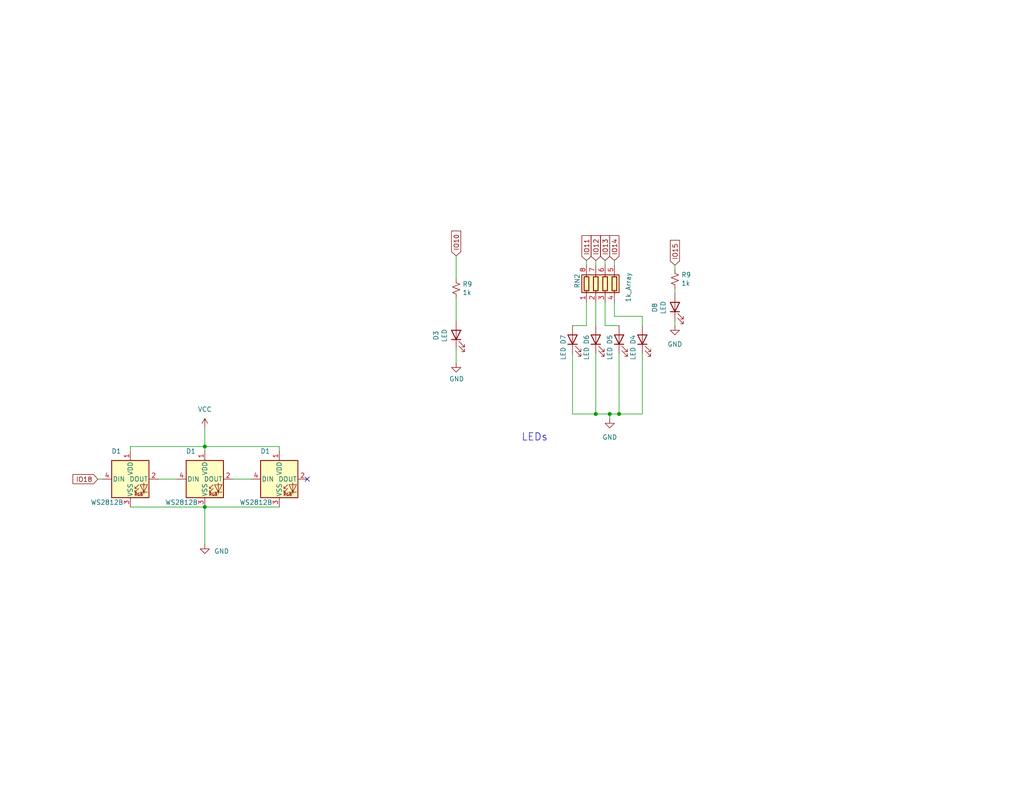
<source format=kicad_sch>
(kicad_sch (version 20230121) (generator eeschema)
  (paper "USLetter")
  (lib_symbols
    (symbol "BadgePirates:LED_RGB_WS2812B" (pin_names (offset 0.254))
      (property "Reference" "D12" (at -3.81 7.62 0))
      (property "Value" "WS2812B" (at -6.35 -6.35 0))
      (symbol "LED_RGB_WS2812B_0_0"
        (text "RGB" (at 2.286 -4.191 0) (effects (font (size 0.762 0.762))))
      )
      (symbol "LED_RGB_WS2812B_0_1"
        (polyline (pts (xy 1.27 -3.556) (xy 1.778 -3.556)))
        (polyline (pts (xy 1.27 -2.54) (xy 1.778 -2.54)))
        (polyline (pts (xy 4.699 -3.556) (xy 2.667 -3.556)))
        (polyline (pts (xy 2.286 -2.54) (xy 1.27 -3.556) (xy 1.27 -3.048)))
        (polyline (pts (xy 2.286 -1.524) (xy 1.27 -2.54) (xy 1.27 -2.032)))
        (polyline (pts (xy 3.683 -1.016) (xy 3.683 -3.556) (xy 3.683 -4.064)))
        (polyline (pts (xy 4.699 -1.524) (xy 2.667 -1.524) (xy 3.683 -3.556) (xy 4.699 -1.524)))
        (rectangle (start 5.08 5.08) (end -5.08 -5.08) (stroke (width 0.254)) (fill (type background)))
      )
      (symbol "LED_RGB_WS2812B_1_1"
        (pin power_in line (at 0 7.62 270) (length 2.54) (name "VDD") (number "1"))
        (pin output line (at 7.62 0 180) (length 2.54) (name "DOUT") (number "2"))
        (pin power_in line (at 0 -7.62 90) (length 2.54) (name "VSS") (number "3"))
        (pin input line (at -7.62 0 0) (length 2.54) (name "DIN") (number "4"))
      )
    )
    (symbol "BadgePirates:LED_Yellow_ReverseMount_Gullwing" (pin_numbers hide) (pin_names (offset 1.016) hide)
      (property "Reference" "D2" (at -0.1778 5.5118 0))
      (property "Value" "LED" (at -0.1778 3.2004 0))
      (symbol "LED_Yellow_ReverseMount_Gullwing_0_1"
        (polyline (pts (xy -1.27 -1.27) (xy -1.27 1.27)) (stroke (width 0.254)))
        (polyline (pts (xy -1.27 0) (xy 1.27 0)))
        (polyline (pts (xy 1.27 -1.27) (xy 1.27 1.27) (xy -1.27 0) (xy 1.27 -1.27)) (stroke (width 0.254)))
        (polyline (pts (xy -3.048 -0.762) (xy -4.572 -2.286) (xy -3.81 -2.286) (xy -4.572 -2.286) (xy -4.572 -1.524)))
        (polyline (pts (xy -1.778 -0.762) (xy -3.302 -2.286) (xy -2.54 -2.286) (xy -3.302 -2.286) (xy -3.302 -1.524)))
      )
      (symbol "LED_Yellow_ReverseMount_Gullwing_1_1"
        (pin passive line (at -3.81 0 0) (length 2.54) (name "K") (number "1"))
        (pin passive line (at 3.81 0 180) (length 2.54) (name "A") (number "2"))
      )
    )
    (symbol "BadgePirates:R_1k_1206" (pin_numbers hide) (pin_names (offset 0.254) hide)
      (property "Reference" "R_1k_1206" (at 1.7272 1.1684 0))
      (property "Value" "1k" (at 1.7272 -1.143 0))
      (symbol "R_1k_1206_1_1"
        (polyline (pts (xy 0 0) (xy 1.016 -0.381) (xy 0 -0.762) (xy -1.016 -1.143) (xy 0 -1.524)))
        (polyline (pts (xy 0 1.524) (xy 1.016 1.143) (xy 0 0.762) (xy -1.016 0.381) (xy 0 0)))
        (pin passive line (at 0 2.54 270) (length 1.016) (name "~") (number "1"))
        (pin passive line (at 0 -2.54 90) (length 1.016) (name "~") (number "2"))
      )
    )
    (symbol "Device:LED" (pin_numbers hide) (pin_names (offset 1.016) hide)
      (property "Reference" "D" (at 0 2.54 0))
      (property "Value" "LED" (at 0 -2.54 0))
      (symbol "LED_0_1"
        (polyline (pts (xy -1.27 -1.27) (xy -1.27 1.27)) (stroke (width 0.254)))
        (polyline (pts (xy -1.27 0) (xy 1.27 0)))
        (polyline (pts (xy 1.27 -1.27) (xy 1.27 1.27) (xy -1.27 0) (xy 1.27 -1.27)) (stroke (width 0.254)))
        (polyline (pts (xy -3.048 -0.762) (xy -4.572 -2.286) (xy -3.81 -2.286) (xy -4.572 -2.286) (xy -4.572 -1.524)))
        (polyline (pts (xy -1.778 -0.762) (xy -3.302 -2.286) (xy -2.54 -2.286) (xy -3.302 -2.286) (xy -3.302 -1.524)))
      )
      (symbol "LED_1_1"
        (pin passive line (at -3.81 0 0) (length 2.54) (name "K") (number "1"))
        (pin passive line (at 3.81 0 180) (length 2.54) (name "A") (number "2"))
      )
    )
    (symbol "Device:R_Pack04" (pin_names (offset 0) hide)
      (property "Reference" "RN" (at -7.62 0 90))
      (property "Value" "R_Pack04" (at 5.08 0 90))
      (symbol "R_Pack04_0_1"
        (rectangle (start -6.35 -2.413) (end 3.81 2.413) (stroke (width 0.254)) (fill (type background)))
        (rectangle (start -5.715 1.905) (end -4.445 -1.905) (stroke (width 0.254)))
        (rectangle (start -3.175 1.905) (end -1.905 -1.905) (stroke (width 0.254)))
        (rectangle (start -0.635 1.905) (end 0.635 -1.905) (stroke (width 0.254)))
        (polyline (pts (xy -5.08 -2.54) (xy -5.08 -1.905)))
        (polyline (pts (xy -5.08 1.905) (xy -5.08 2.54)))
        (polyline (pts (xy -2.54 -2.54) (xy -2.54 -1.905)))
        (polyline (pts (xy -2.54 1.905) (xy -2.54 2.54)))
        (polyline (pts (xy 0 -2.54) (xy 0 -1.905)))
        (polyline (pts (xy 0 1.905) (xy 0 2.54)))
        (polyline (pts (xy 2.54 -2.54) (xy 2.54 -1.905)))
        (polyline (pts (xy 2.54 1.905) (xy 2.54 2.54)))
        (rectangle (start 1.905 1.905) (end 3.175 -1.905) (stroke (width 0.254)))
      )
      (symbol "R_Pack04_1_1"
        (pin passive line (at -5.08 -5.08 90) (length 2.54) (name "R1.1") (number "1"))
        (pin passive line (at -2.54 -5.08 90) (length 2.54) (name "R2.1") (number "2"))
        (pin passive line (at 0 -5.08 90) (length 2.54) (name "R3.1") (number "3"))
        (pin passive line (at 2.54 -5.08 90) (length 2.54) (name "R4.1") (number "4"))
        (pin passive line (at 2.54 5.08 270) (length 2.54) (name "R4.2") (number "5"))
        (pin passive line (at 0 5.08 270) (length 2.54) (name "R3.2") (number "6"))
        (pin passive line (at -2.54 5.08 270) (length 2.54) (name "R2.2") (number "7"))
        (pin passive line (at -5.08 5.08 270) (length 2.54) (name "R1.2") (number "8"))
      )
    )
    (symbol "GND_1" (power) (pin_names (offset 0))
      (property "Value" "GND_1" (at 0 -3.81 0))
      (symbol "GND_1_0_1"
        (polyline (pts (xy 0 0) (xy 0 -1.27) (xy 1.27 -1.27) (xy 0 -2.54) (xy -1.27 -1.27) (xy 0 -1.27)))
      )
      (symbol "GND_1_1_1"
        (pin power_in line (at 0 0 270) (length 0) hide (name "GND") (number "1"))
      )
    )
    (symbol "power:GND" (power) (pin_names (offset 0))
      (property "Value" "GND" (at 0 -3.81 0))
      (symbol "GND_0_1"
        (polyline (pts (xy 0 0) (xy 0 -1.27) (xy 1.27 -1.27) (xy 0 -2.54) (xy -1.27 -1.27) (xy 0 -1.27)))
      )
      (symbol "GND_1_1"
        (pin power_in line (at 0 0 270) (length 0) hide (name "GND") (number "1"))
      )
    )
    (symbol "power:VCC" (power) (pin_names (offset 0))
      (property "Value" "VCC" (at 0 3.81 0))
      (symbol "VCC_0_1"
        (polyline (pts (xy -0.762 1.27) (xy 0 2.54)))
        (polyline (pts (xy 0 0) (xy 0 2.54)))
        (polyline (pts (xy 0 2.54) (xy 0.762 1.27)))
      )
      (symbol "VCC_1_1"
        (pin power_in line (at 0 0 90) (length 0) hide (name "VCC") (number "1"))
      )
    )
  )
  (junction (at 55.88 138.43))
  (junction (at 55.88 121.92))
  (junction (at 168.91 113.03))
  (junction (at 162.56 113.03))
  (junction (at 166.37 113.03))
  (no_connect (at 83.82 130.81))
  (wire (pts (xy 55.88 138.43) (xy 55.88 148.59)))
  (wire (pts (xy 162.56 96.52) (xy 162.56 113.03)))
  (wire (pts (xy 175.26 88.9) (xy 175.26 86.36)))
  (wire (pts (xy 124.46 95.25) (xy 124.46 99.06)))
  (wire (pts (xy 55.88 138.43) (xy 35.56 138.43)))
  (wire (pts (xy 160.02 71.12) (xy 160.02 72.39)))
  (wire (pts (xy 35.56 121.92) (xy 35.56 123.19)))
  (wire (pts (xy 184.15 72.39) (xy 184.15 73.66)))
  (wire (pts (xy 168.91 113.03) (xy 166.37 113.03)))
  (wire (pts (xy 165.1 71.12) (xy 165.1 72.39)))
  (wire (pts (xy 162.56 71.12) (xy 162.56 72.39)))
  (wire (pts (xy 55.88 116.84) (xy 55.88 121.92)))
  (wire (pts (xy 166.37 114.3) (xy 166.37 113.03)))
  (wire (pts (xy 156.21 113.03) (xy 162.56 113.03)))
  (wire (pts (xy 55.88 121.92) (xy 55.88 123.19)))
  (wire (pts (xy 167.64 86.36) (xy 167.64 82.55)))
  (wire (pts (xy 124.46 69.85) (xy 124.46 76.2)))
  (wire (pts (xy 160.02 88.9) (xy 160.02 82.55)))
  (wire (pts (xy 156.21 88.9) (xy 160.02 88.9)))
  (wire (pts (xy 168.91 96.52) (xy 168.91 113.03)))
  (wire (pts (xy 26.67 130.81) (xy 27.94 130.81)))
  (wire (pts (xy 162.56 88.9) (xy 162.56 82.55)))
  (wire (pts (xy 165.1 88.9) (xy 165.1 82.55)))
  (wire (pts (xy 175.26 96.52) (xy 175.26 113.03)))
  (wire (pts (xy 55.88 121.92) (xy 76.2 121.92)))
  (wire (pts (xy 63.5 130.81) (xy 68.58 130.81)))
  (wire (pts (xy 43.18 130.81) (xy 48.26 130.81)))
  (wire (pts (xy 55.88 138.43) (xy 76.2 138.43)))
  (wire (pts (xy 156.21 96.52) (xy 156.21 113.03)))
  (wire (pts (xy 162.56 113.03) (xy 166.37 113.03)))
  (wire (pts (xy 184.15 78.74) (xy 184.15 80.01)))
  (wire (pts (xy 184.15 87.63) (xy 184.15 88.9)))
  (wire (pts (xy 55.88 121.92) (xy 35.56 121.92)))
  (wire (pts (xy 175.26 86.36) (xy 167.64 86.36)))
  (wire (pts (xy 124.46 87.63) (xy 124.46 81.28)))
  (wire (pts (xy 76.2 123.19) (xy 76.2 121.92)))
  (wire (pts (xy 167.64 71.12) (xy 167.64 72.39)))
  (wire (pts (xy 168.91 88.9) (xy 165.1 88.9)))
  (wire (pts (xy 168.91 113.03) (xy 175.26 113.03)))
  (text "LEDs" (at 142.24 120.65 0) (effects (font (size 2.0066 2.0066)) (justify left bottom)))
  (global_label "IO13" (shape input) (at 165.1 71.12 90) (property "Intersheetrefs" "${INTERSHEET_REFS}" (effects hide)))
  (global_label "IO12" (shape input) (at 162.56 71.12 90) (property "Intersheetrefs" "${INTERSHEET_REFS}" (effects hide)))
  (global_label "IO15" (shape input) (at 184.15 72.39 90) (property "Intersheetrefs" "${INTERSHEET_REFS}" (effects hide)))
  (global_label "IO10" (shape input) (at 124.46 69.85 90) (property "Intersheetrefs" "${INTERSHEET_REFS}" (effects hide)))
  (global_label "IO11" (shape input) (at 160.02 71.12 90) (property "Intersheetrefs" "${INTERSHEET_REFS}" (effects hide)))
  (global_label "IO18" (shape input) (at 26.67 130.81 180) (property "Intersheetrefs" "${INTERSHEET_REFS}" (effects hide)))
  (global_label "IO14" (shape input) (at 167.64 71.12 90) (property "Intersheetrefs" "${INTERSHEET_REFS}" (effects hide)))
  (symbol (lib_id "BadgePirates:LED_RGB_WS2812B") (at 55.88 130.81 0) (unit 1)
    (property "Reference" "D1" (at 52.07 123.19 0))
    (property "Value" "WS2812B" (at 49.53 137.16 0))
    (property "Footprint" "BadgePirates:LED_WS2812B_PLCC4_5.0x5.0mm_P3.2mm" (effects hide))
    (property "Datasheet" "https://cdn-shop.adafruit.com/datasheets/WS2812B.pdf" (effects hide))
    (property "MFG" "Worldsemi" (effects hide))
    (property "MFG_PN" "WS2812B-B/T" (effects hide))
    (property "Vendor1" "LCSC" (effects hide))
    (property "Vendor1_PN" "C2761795" (effects hide))
    (property "Vendor1_URL" "https://www.lcsc.com/product-detail/Light-Emitting-Diodes-LED_Worldsemi-WS2812B-B-T_C2761795.html" (effects hide))
    (instances (project "ProjectNeoRogue" (path "" (reference "D1") (unit 1)) (path "" (reference "D11") (unit 1))))
  )
  (symbol (lib_id "power:VCC") (at 55.88 116.84 0) (unit 1)
    (property "Reference" "#PWR021" (effects hide))
    (property "Value" "VCC" (at 55.88 111.76 0))
    (instances (project "ProjectNeoRogue" (path "" (reference "#PWR021") (unit 1)) (path "" (reference "#PWR019") (unit 1))))
  )
  (symbol (lib_id "BadgePirates:LED_Yellow_ReverseMount_Gullwing") (at 168.91 92.71 90) (unit 1)
    (property "Reference" "D5" (at 166.37 92.71 0))
    (property "Value" "LED" (at 166.37 96.52 0))
    (property "Footprint" "BadgePirates:LED_Osram_Lx_P47F_D2mm_ReverseMount_Proper_Mask Only" (effects hide))
    (property "Datasheet" "https://www.mouser.com/datasheet/2/216/AA3528SYCKT09-1602219.pdf" (effects hide))
    (property "MFG" "KingBright" (effects hide))
    (property "MFG_PN" "AA3528SYCKT09" (effects hide))
    (property "Vendor1" "Mouser" (effects hide))
    (property "Vendor1_PN" "604-AA3528SYCKT09" (effects hide))
    (property "Vendor1_URL" "https://www.mouser.com/ProductDetail/Kingbright/AA3528SYCKT09?qs=PzGy0jfpSMsmUm0ELhsFuQ%3D%3D" (effects hide))
    (instances (project "ProjectNeoRogue" (path "" (reference "D5") (unit 1)) (path "" (reference "D6") (unit 1))))
  )
  (symbol (lib_id "BadgePirates:R_1k_1206") (at 184.15 76.2 0) (unit 1)
    (property "Reference" "R9" (at 185.8772 75.0316 0) (effects (justify left)))
    (property "Value" "1k" (at 185.8772 77.343 0) (effects (justify left)))
    (property "Footprint" "BadgePirates:R_1206_3216Metric" (effects hide))
    (property "Datasheet" "https://datasheet.lcsc.com/lcsc/1810231210_YAGEO-RC1206FR-071KL_C131398.pdf" (effects hide))
    (property "MFG" "YAGEO" (effects hide))
    (property "MFG_PN" "RC1206FR-071KL" (effects hide))
    (property "Vendor1" "LCSC" (effects hide))
    (property "Vendor1_PN" "C131398" (effects hide))
    (property "Vendor1_URL" "https://www.lcsc.com/product-detail/Chip-Resistor-Surface-Mount_YAGEO-RC1206FR-071KL_C131398.html" (effects hide))
  )
  (symbol (lib_id "BadgePirates:LED_Yellow_ReverseMount_Gullwing") (at 184.15 83.82 90) (unit 1)
    (property "Reference" "D8" (at 178.6382 83.9978 0))
    (property "Value" "LED" (at 180.9496 83.9978 0))
    (property "Footprint" "BadgePirates:LED_Osram_Lx_P47F_D2mm_ReverseMount_Proper_Mask Only" (effects hide))
    (property "Datasheet" "https://www.mouser.com/datasheet/2/216/AA3528SYCKT09-1602219.pdf" (effects hide))
    (property "MFG" "KingBright" (effects hide))
    (property "MFG_PN" "AA3528SYCKT09" (effects hide))
    (property "Vendor1" "Mouser" (effects hide))
    (property "Vendor1_PN" "604-AA3528SYCKT09" (effects hide))
    (property "Vendor1_URL" "https://www.mouser.com/ProductDetail/Kingbright/AA3528SYCKT09?qs=PzGy0jfpSMsmUm0ELhsFuQ%3D%3D" (effects hide))
  )
  (symbol (lib_id "BadgePirates:R_1k_1206") (at 124.46 78.74 0) (unit 1)
    (property "Reference" "R9" (at 126.1872 77.5716 0) (effects (justify left)))
    (property "Value" "1k" (at 126.1872 79.883 0) (effects (justify left)))
    (property "Footprint" "BadgePirates:R_1206_3216Metric" (effects hide))
    (property "Datasheet" "https://datasheet.lcsc.com/lcsc/1810231210_YAGEO-RC1206FR-071KL_C131398.pdf" (effects hide))
    (property "MFG" "YAGEO" (effects hide))
    (property "MFG_PN" "RC1206FR-071KL" (effects hide))
    (property "Vendor1" "LCSC" (effects hide))
    (property "Vendor1_PN" "C131398" (effects hide))
    (property "Vendor1_URL" "https://www.lcsc.com/product-detail/Chip-Resistor-Surface-Mount_YAGEO-RC1206FR-071KL_C131398.html" (effects hide))
    (instances (project "ProjectNeoRogue" (path "" (reference "R9") (unit 1)) (path "" (reference "R25") (unit 1))))
  )
  (symbol (lib_id "Device:LED") (at 124.46 91.44 90) (unit 1)
    (property "Reference" "D3" (at 118.9482 91.6178 0))
    (property "Value" "LED" (at 121.2596 91.6178 0))
    (property "Footprint" "BadgePirates:LED_Osram_Lx_P47F_D2mm_ReverseMount_Proper_Mask Only" (effects hide))
    (property "Datasheet" "https://www.mouser.com/datasheet/2/216/AA3528SYCKT09-1602219.pdf" (effects hide))
    (property "MFG" "KingBright" (effects hide))
    (property "MFG_PN" "AA3528SYCKT09" (effects hide))
    (property "Vendor1" "Mouser" (effects hide))
    (property "Vendor1_PN" "604-AA3528SYCKT09" (effects hide))
    (property "Vendor1_URL" "https://www.mouser.com/ProductDetail/Kingbright/AA3528SYCKT09?qs=PzGy0jfpSMsmUm0ELhsFuQ%3D%3D" (effects hide))
    (instances (project "ProjectNeoRogue" (path "" (reference "D3") (unit 1)) (path "" (reference "D2") (unit 1))))
  )
  (symbol (lib_name "GND_1") (lib_id "power:GND") (at 184.15 88.9 0) (unit 1)
    (property "Reference" "#PWR046" (effects hide))
    (property "Value" "GND" (at 184.15 93.98 0))
  )
  (symbol (lib_id "power:GND") (at 124.46 99.06 0) (unit 1)
    (property "Reference" "#PWR019" (effects hide))
    (property "Value" "GND" (at 124.587 103.4542 0))
    (instances (project "ProjectNeoRogue" (path "" (reference "#PWR019") (unit 1)) (path "" (reference "#PWR021") (unit 1))))
  )
  (symbol (lib_id "BadgePirates:LED_RGB_WS2812B") (at 76.2 130.81 0) (unit 1)
    (property "Reference" "D1" (at 72.39 123.19 0))
    (property "Value" "WS2812B" (at 69.85 137.16 0))
    (property "Footprint" "BadgePirates:LED_WS2812B_PLCC4_5.0x5.0mm_P3.2mm" (effects hide))
    (property "Datasheet" "https://cdn-shop.adafruit.com/datasheets/WS2812B.pdf" (effects hide))
    (property "MFG" "Worldsemi" (effects hide))
    (property "MFG_PN" "WS2812B-B/T" (effects hide))
    (property "Vendor1" "LCSC" (effects hide))
    (property "Vendor1_PN" "C2761795" (effects hide))
    (property "Vendor1_URL" "https://www.lcsc.com/product-detail/Light-Emitting-Diodes-LED_Worldsemi-WS2812B-B-T_C2761795.html" (effects hide))
    (instances (project "ProjectNeoRogue" (path "" (reference "D1") (unit 1)) (path "" (reference "D12") (unit 1))))
  )
  (symbol (lib_id "BadgePirates:LED_Yellow_ReverseMount_Gullwing") (at 175.26 92.71 90) (unit 1)
    (property "Reference" "D4" (at 172.72 92.71 0))
    (property "Value" "LED" (at 172.72 96.52 0))
    (property "Footprint" "BadgePirates:LED_Osram_Lx_P47F_D2mm_ReverseMount_Proper_Mask Only" (effects hide))
    (property "Datasheet" "https://www.mouser.com/datasheet/2/216/AA3528SYCKT09-1602219.pdf" (effects hide))
    (property "MFG" "KingBright" (effects hide))
    (property "MFG_PN" "AA3528SYCKT09" (effects hide))
    (property "Vendor1" "Mouser" (effects hide))
    (property "Vendor1_PN" "604-AA3528SYCKT09" (effects hide))
    (property "Vendor1_URL" "https://www.mouser.com/ProductDetail/Kingbright/AA3528SYCKT09?qs=PzGy0jfpSMsmUm0ELhsFuQ%3D%3D" (effects hide))
    (instances (project "ProjectNeoRogue" (path "" (reference "D4") (unit 1)) (path "" (reference "D7") (unit 1))))
  )
  (symbol (lib_name "GND_1") (lib_id "power:GND") (at 166.37 114.3 0) (unit 1)
    (property "Reference" "#PWR045" (effects hide))
    (property "Value" "GND" (at 166.37 119.38 0))
  )
  (symbol (lib_id "BadgePirates:LED_Yellow_ReverseMount_Gullwing") (at 162.56 92.71 90) (unit 1)
    (property "Reference" "D6" (at 160.02 92.71 0))
    (property "Value" "LED" (at 160.02 96.52 0))
    (property "Footprint" "BadgePirates:LED_Osram_Lx_P47F_D2mm_ReverseMount_Proper_Mask Only" (effects hide))
    (property "Datasheet" "https://www.mouser.com/datasheet/2/216/AA3528SYCKT09-1602219.pdf" (effects hide))
    (property "MFG" "KingBright" (effects hide))
    (property "MFG_PN" "AA3528SYCKT09" (effects hide))
    (property "Vendor1" "Mouser" (effects hide))
    (property "Vendor1_PN" "604-AA3528SYCKT09" (effects hide))
    (property "Vendor1_URL" "https://www.mouser.com/ProductDetail/Kingbright/AA3528SYCKT09?qs=PzGy0jfpSMsmUm0ELhsFuQ%3D%3D" (effects hide))
    (instances (project "ProjectNeoRogue" (path "" (reference "D6") (unit 1)) (path "" (reference "D5") (unit 1))))
  )
  (symbol (lib_id "BadgePirates:LED_Yellow_ReverseMount_Gullwing") (at 156.21 92.71 90) (unit 1)
    (property "Reference" "D7" (at 153.67 92.71 0))
    (property "Value" "LED" (at 153.67 96.52 0))
    (property "Footprint" "BadgePirates:LED_Osram_Lx_P47F_D2mm_ReverseMount_Proper_Mask Only" (effects hide))
    (property "Datasheet" "https://www.mouser.com/datasheet/2/216/AA3528SYCKT09-1602219.pdf" (effects hide))
    (property "MFG" "KingBright" (effects hide))
    (property "MFG_PN" "AA3528SYCKT09" (effects hide))
    (property "Vendor1" "Mouser" (effects hide))
    (property "Vendor1_PN" "604-AA3528SYCKT09" (effects hide))
    (property "Vendor1_URL" "https://www.mouser.com/ProductDetail/Kingbright/AA3528SYCKT09?qs=PzGy0jfpSMsmUm0ELhsFuQ%3D%3D" (effects hide))
    (instances (project "ProjectNeoRogue" (path "" (reference "D7") (unit 1)) (path "" (reference "D4") (unit 1))))
  )
  (symbol (lib_id "Device:R_Pack04") (at 165.1 77.47 0) (unit 1)
    (property "Reference" "RN2" (at 157.48 78.74 90) (effects (justify left)))
    (property "Value" "1k_Array" (at 171.45 82.55 90) (effects (justify left)))
    (property "Footprint" "BadgePirates:R_Array_Convex_4x0603" (effects hide))
    (property "Datasheet" "https://datasheet.lcsc.com/lcsc/2304140030_YAGEO-YC164-JR-071KL_C93675.pdf" (effects hide))
    (property "MFG" "YAGEO" (effects hide))
    (property "MFG_PN" "YC164-JR-071KL" (effects hide))
    (property "Vendor1" "LCSC" (effects hide))
    (property "Vendor1_PN" "C93675" (effects hide))
    (property "Vendor1_URL" "https://www.lcsc.com/product-detail/Resistor-Networks-Arrays_YAGEO-YC164-JR-071KL_C93675.html" (effects hide))
  )
  (symbol (lib_id "BadgePirates:LED_RGB_WS2812B") (at 35.56 130.81 0) (unit 1)
    (property "Reference" "D1" (at 31.75 123.19 0))
    (property "Value" "WS2812B" (at 29.21 137.16 0))
    (property "Footprint" "BadgePirates:LED_WS2812B_PLCC4_5.0x5.0mm_P3.2mm" (effects hide))
    (property "Datasheet" "https://cdn-shop.adafruit.com/datasheets/WS2812B.pdf" (effects hide))
    (property "MFG" "Worldsemi" (effects hide))
    (property "MFG_PN" "WS2812B-B/T" (effects hide))
    (property "Vendor1" "LCSC" (effects hide))
    (property "Vendor1_PN" "C2761795" (effects hide))
    (property "Vendor1_URL" "https://www.lcsc.com/product-detail/Light-Emitting-Diodes-LED_Worldsemi-WS2812B-B-T_C2761795.html" (effects hide))
  )
  (symbol (lib_id "power:GND") (at 55.88 148.59 0) (unit 1)
    (property "Reference" "#PWR024" (effects hide))
    (property "Value" "GND" (at 58.42 150.495 0) (effects (justify left)))
    (instances (project "ProjectNeoRogue" (path "" (reference "#PWR024") (unit 1)) (path "" (reference "#PWR020") (unit 1))))
  )
)
</source>
